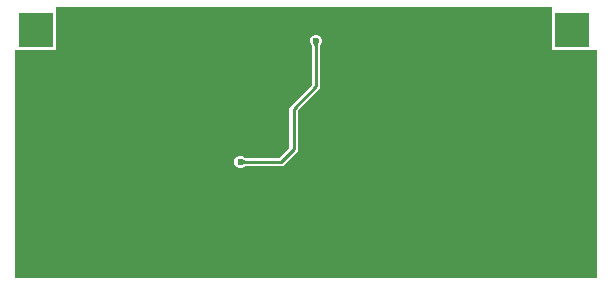
<source format=gbl>
G04*
G04 #@! TF.GenerationSoftware,Altium Limited,Altium Designer,22.3.1 (43)*
G04*
G04 Layer_Physical_Order=4*
G04 Layer_Color=16711680*
%FSLAX25Y25*%
%MOIN*%
G70*
G04*
G04 #@! TF.SameCoordinates,148C8EC3-FA1E-4D1B-B791-449684C16175*
G04*
G04*
G04 #@! TF.FilePolarity,Positive*
G04*
G01*
G75*
%ADD37C,0.01000*%
%ADD40R,0.11811X0.11811*%
%ADD41C,0.02362*%
G36*
X182171Y91845D02*
Y78234D01*
X196998D01*
Y2215D01*
X3002D01*
Y77830D01*
X3234Y78234D01*
X16845D01*
Y91791D01*
X16845Y91791D01*
X16845Y91791D01*
Y92667D01*
X182171D01*
Y91845D01*
D02*
G37*
%LPC*%
G36*
X103859Y83380D02*
X103031D01*
X102266Y83064D01*
X101681Y82478D01*
X101364Y81713D01*
Y80885D01*
X101681Y80120D01*
X102017Y79783D01*
Y66733D01*
X95054Y59769D01*
X94744Y59306D01*
X94636Y58760D01*
X94636Y58760D01*
Y45768D01*
X91239Y42372D01*
X79862D01*
X79525Y42709D01*
X78760Y43026D01*
X77933D01*
X77168Y42709D01*
X76582Y42124D01*
X76265Y41359D01*
Y40531D01*
X76582Y39766D01*
X77168Y39181D01*
X77933Y38864D01*
X78760D01*
X79525Y39181D01*
X79862Y39518D01*
X91831D01*
X91831Y39517D01*
X92377Y39626D01*
X92840Y39935D01*
X97072Y44168D01*
X97072Y44168D01*
X97382Y44631D01*
X97490Y45177D01*
X97490Y45177D01*
Y58169D01*
X104454Y65132D01*
X104454Y65132D01*
X104764Y65596D01*
X104872Y66142D01*
X104872Y66142D01*
Y79783D01*
X105209Y80120D01*
X105526Y80885D01*
Y81713D01*
X105209Y82478D01*
X104624Y83064D01*
X103859Y83380D01*
D02*
G37*
%LPD*%
G36*
X104210Y80389D02*
X104154Y80316D01*
X104105Y80237D01*
X104062Y80152D01*
X104027Y80062D01*
X103997Y79965D01*
X103974Y79863D01*
X103958Y79755D01*
X103948Y79641D01*
X103945Y79520D01*
X102945D01*
X102942Y79641D01*
X102932Y79755D01*
X102916Y79863D01*
X102893Y79965D01*
X102863Y80062D01*
X102827Y80152D01*
X102785Y80237D01*
X102736Y80316D01*
X102680Y80389D01*
X102618Y80456D01*
X104272D01*
X104210Y80389D01*
D02*
G37*
G36*
X79257Y41710D02*
X79330Y41654D01*
X79409Y41605D01*
X79493Y41563D01*
X79584Y41527D01*
X79680Y41497D01*
X79783Y41474D01*
X79891Y41458D01*
X80005Y41448D01*
X80125Y41445D01*
Y40445D01*
X80005Y40442D01*
X79891Y40432D01*
X79783Y40415D01*
X79680Y40393D01*
X79584Y40363D01*
X79493Y40327D01*
X79409Y40285D01*
X79330Y40236D01*
X79257Y40180D01*
X79190Y40118D01*
Y41772D01*
X79257Y41710D01*
D02*
G37*
D37*
X103445Y66142D02*
Y81299D01*
X96063Y58760D02*
X103445Y66142D01*
X96063Y45177D02*
Y58760D01*
X78347Y40945D02*
X91831D01*
X96063Y45177D01*
D40*
X10138Y9843D02*
D03*
X10039Y85039D02*
D03*
X189764Y9843D02*
D03*
X188976Y85039D02*
D03*
D41*
X152139Y9457D02*
D03*
X149088Y5717D02*
D03*
X143707D02*
D03*
X146758Y9457D02*
D03*
X154468Y5717D02*
D03*
X157519Y9457D02*
D03*
X74311Y41339D02*
D03*
X74311Y44783D02*
D03*
X8661Y17028D02*
D03*
X14665D02*
D03*
X20472Y9843D02*
D03*
Y15748D02*
D03*
Y21654D02*
D03*
X14567D02*
D03*
X8661D02*
D03*
X175990Y5717D02*
D03*
X179042Y9457D02*
D03*
X190945Y21654D02*
D03*
X185039D02*
D03*
X19002Y89182D02*
D03*
X21857Y85441D02*
D03*
X24908Y89182D02*
D03*
X107087Y84842D02*
D03*
X188249Y42233D02*
D03*
X167323Y33465D02*
D03*
X113878Y81496D02*
D03*
X159849Y5717D02*
D03*
X193405Y42224D02*
D03*
X190945Y27559D02*
D03*
X122047Y85236D02*
D03*
X165229Y5717D02*
D03*
X125591Y84252D02*
D03*
X107087Y68110D02*
D03*
X107283Y81496D02*
D03*
X167323Y27559D02*
D03*
X177937Y42233D02*
D03*
X103347Y85236D02*
D03*
X168280Y9457D02*
D03*
X185039Y33465D02*
D03*
X99705Y84744D02*
D03*
X118405Y85335D02*
D03*
X127657Y81398D02*
D03*
X98327Y77658D02*
D03*
X161417Y27559D02*
D03*
X173661Y9457D02*
D03*
X170610Y5717D02*
D03*
X155512Y27559D02*
D03*
X110630Y81496D02*
D03*
X155512Y33465D02*
D03*
X185039Y27559D02*
D03*
X190945Y33465D02*
D03*
X172781Y42233D02*
D03*
X167624D02*
D03*
X162900Y9457D02*
D03*
X98622Y73819D02*
D03*
X170374Y86122D02*
D03*
X161417Y33465D02*
D03*
X99016Y81496D02*
D03*
X183093Y42233D02*
D03*
X103445Y81299D02*
D03*
X107087Y72244D02*
D03*
X114961Y84842D02*
D03*
X89075Y67864D02*
D03*
Y61614D02*
D03*
X81791Y86614D02*
D03*
Y80364D02*
D03*
Y74114D02*
D03*
Y67864D02*
D03*
Y61614D02*
D03*
X74409Y74114D02*
D03*
Y86614D02*
D03*
Y80364D02*
D03*
Y67864D02*
D03*
Y61614D02*
D03*
X89075Y55364D02*
D03*
Y80364D02*
D03*
Y86614D02*
D03*
Y74114D02*
D03*
X89173Y34055D02*
D03*
X89272Y25984D02*
D03*
X67421Y67864D02*
D03*
Y80364D02*
D03*
Y86614D02*
D03*
Y74114D02*
D03*
Y61614D02*
D03*
Y55364D02*
D03*
X60335Y74114D02*
D03*
Y67864D02*
D03*
Y80364D02*
D03*
Y86614D02*
D03*
Y61614D02*
D03*
Y55364D02*
D03*
X53150Y74114D02*
D03*
Y80364D02*
D03*
Y86614D02*
D03*
Y55364D02*
D03*
X81791Y55364D02*
D03*
X74409D02*
D03*
X67421Y49114D02*
D03*
X60335D02*
D03*
X89075D02*
D03*
X81791D02*
D03*
X74409D02*
D03*
X78051Y44783D02*
D03*
X81890Y44094D02*
D03*
X63490Y41938D02*
D03*
X67427D02*
D03*
X78347Y40945D02*
D03*
X53150Y61614D02*
D03*
Y67864D02*
D03*
Y49114D02*
D03*
X27762Y85441D02*
D03*
X33668D02*
D03*
X39573D02*
D03*
X45479D02*
D03*
X48530Y89182D02*
D03*
X42624D02*
D03*
X36719D02*
D03*
X30813D02*
D03*
X26378Y21654D02*
D03*
Y45276D02*
D03*
X20472D02*
D03*
Y39370D02*
D03*
Y33465D02*
D03*
Y27559D02*
D03*
X14567D02*
D03*
Y33465D02*
D03*
Y39370D02*
D03*
Y45276D02*
D03*
X8661D02*
D03*
Y39370D02*
D03*
Y33465D02*
D03*
Y27559D02*
D03*
X55905Y15748D02*
D03*
X50000Y9843D02*
D03*
Y15748D02*
D03*
X44094D02*
D03*
Y9843D02*
D03*
X38189D02*
D03*
Y15748D02*
D03*
X32283D02*
D03*
Y9843D02*
D03*
X26378D02*
D03*
Y15748D02*
D03*
M02*

</source>
